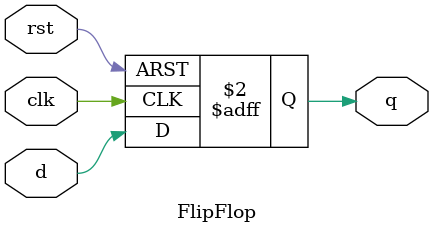
<source format=v>
`timescale 1ns / 1ps
module FlipFlop(
    input clk,
    input rst,
    input d,
    output reg q
    );
    always @(posedge clk, posedge rst)
        if(rst)
             q<=1'b0;
        else
             q<=d;

endmodule

</source>
